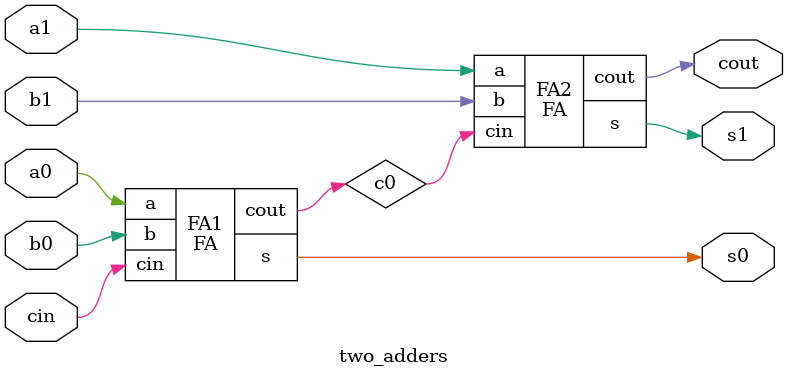
<source format=v>
module FA (
    input a,
    input b,
    input cin,
    output reg s,
    output reg cout
);



always @(*) begin
    cout = a & b | a & cin | b & cin;
    s = a ^ b ^ cin;
end

endmodule

//----------------------------------------------------------------------------
// two_adders
//----------------------------------------------------------------------------
module two_adders (
    input a0,
    input a1,
    input b0,
    input b1,
    input cin,
    output cout,
    output s0,
    output s1
);
wire c0; // auto


FA  FA1 (
    .a(a0),
    .b(b0),
    .cin(cin),
    .s(s0),
    .cout(c0)
);

FA  FA2 (
    .a(a1),
    .b(b1),
    .cin(c0),
    .s(s1),
    .cout(cout)
);

endmodule



</source>
